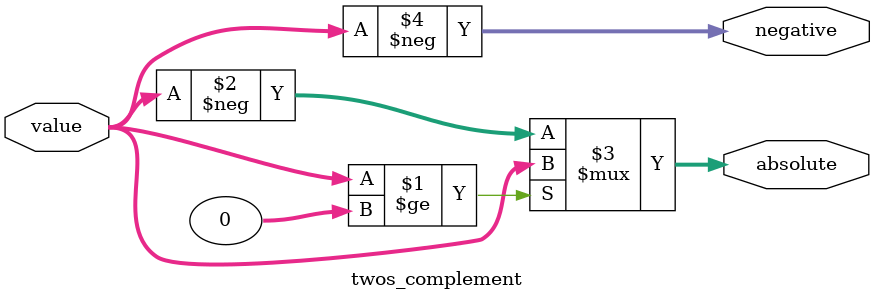
<source format=sv>
module twos_complement (
    input signed [3:0] value,
    output [3:0] absolute,
    output [3:0] negative
);
    assign absolute = value >= 0 ? value : -value;
    assign negative = -value;
endmodule

</source>
